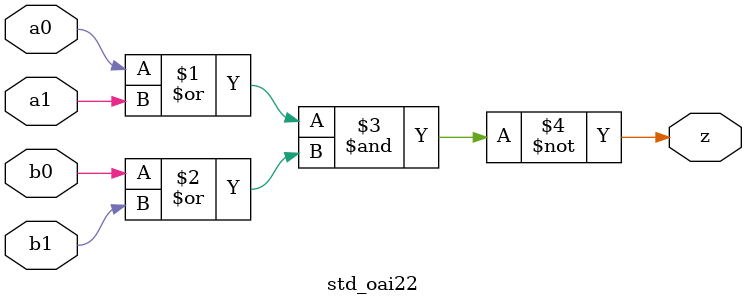
<source format=sv>

module std_oai22 #(parameter DW = 1 ) // array width
(
	input [DW-1:0]  a0,
	input [DW-1:0]  a1,
	input [DW-1:0]  b0,
	input [DW-1:0]  b1, 
	output [DW-1:0] z
);

assign z = ~((a0 | a1) & (b0 | b1));

endmodule

</source>
